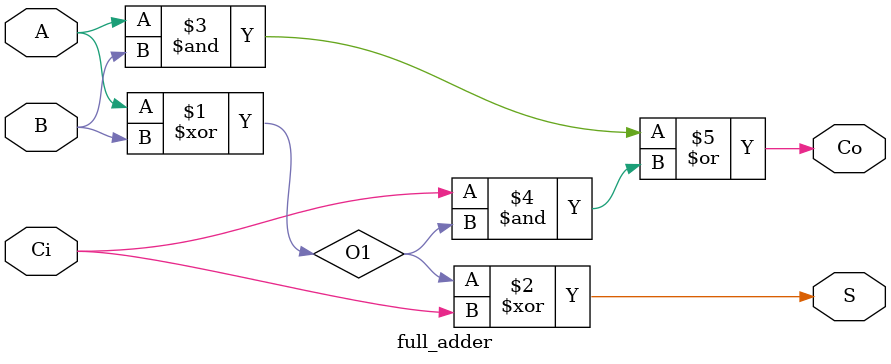
<source format=v>
module full_adder(output S, 
                  output Co,
                  input A , B , Ci);
    wire O1;
	 assign O1 = A ^ B;
	 assign S = O1 ^ Ci;
	 assign Co = (A & B) | (Ci & O1);
endmodule

</source>
